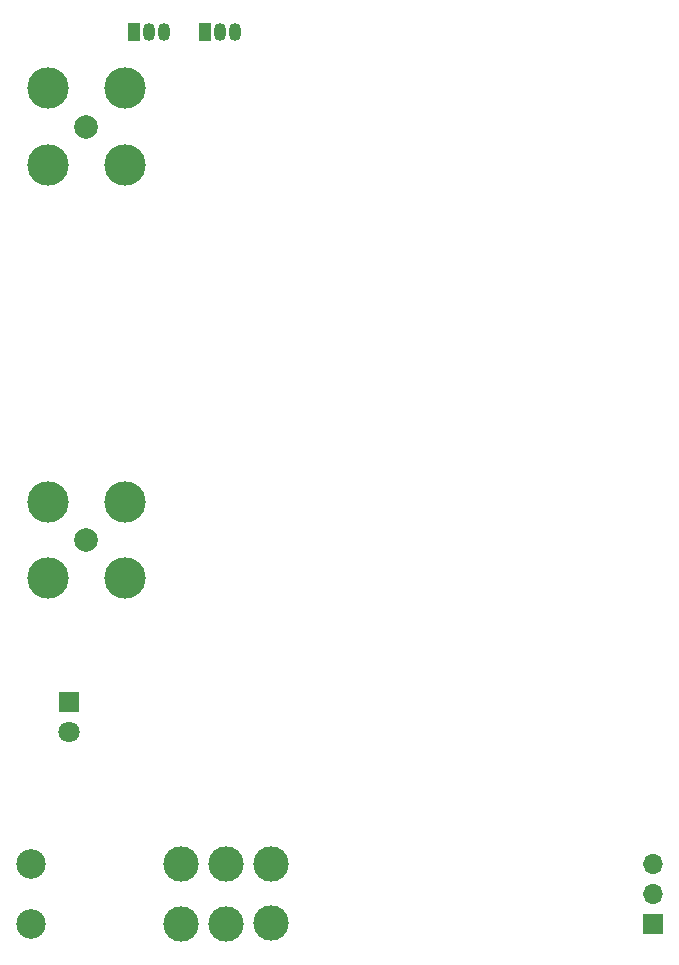
<source format=gbr>
%TF.GenerationSoftware,KiCad,Pcbnew,(6.0.10)*%
%TF.CreationDate,2023-06-26T14:12:15+09:00*%
%TF.ProjectId,OurDream,4f757244-7265-4616-9d2e-6b696361645f,rev?*%
%TF.SameCoordinates,Original*%
%TF.FileFunction,Soldermask,Bot*%
%TF.FilePolarity,Negative*%
%FSLAX46Y46*%
G04 Gerber Fmt 4.6, Leading zero omitted, Abs format (unit mm)*
G04 Created by KiCad (PCBNEW (6.0.10)) date 2023-06-26 14:12:15*
%MOMM*%
%LPD*%
G01*
G04 APERTURE LIST*
%ADD10R,1.050000X1.500000*%
%ADD11O,1.050000X1.500000*%
%ADD12R,1.700000X1.700000*%
%ADD13O,1.700000X1.700000*%
%ADD14R,1.800000X1.800000*%
%ADD15C,1.800000*%
%ADD16C,2.000000*%
%ADD17C,3.500000*%
%ADD18C,2.500000*%
%ADD19C,3.000000*%
G04 APERTURE END LIST*
D10*
%TO.C,Q2*%
X111000000Y-79000000D03*
D11*
X112270000Y-79000000D03*
X113540000Y-79000000D03*
%TD*%
D12*
%TO.C,P1*%
X149000000Y-154500000D03*
D13*
X149000000Y-151960000D03*
X149000000Y-149420000D03*
%TD*%
D10*
%TO.C,Q1*%
X105000000Y-79000000D03*
D11*
X106270000Y-79000000D03*
X107540000Y-79000000D03*
%TD*%
D14*
%TO.C,D1*%
X99500000Y-135730000D03*
D15*
X99500000Y-138270000D03*
%TD*%
D16*
%TO.C,P2*%
X101000000Y-87000000D03*
D17*
X97775000Y-90225000D03*
X104225000Y-90225000D03*
X97775000Y-83775000D03*
X104225000Y-83775000D03*
%TD*%
D16*
%TO.C,P3*%
X101000000Y-122000000D03*
D17*
X97775000Y-125225000D03*
X104225000Y-125225000D03*
X104225000Y-118775000D03*
X97775000Y-118775000D03*
%TD*%
D18*
%TO.C,SW1*%
X96300000Y-154540000D03*
X96300000Y-149460000D03*
D19*
X109000000Y-149460000D03*
X112810000Y-149460000D03*
X116620000Y-149460000D03*
X109000000Y-154540000D03*
X112810000Y-154540000D03*
X116620000Y-154400000D03*
%TD*%
M02*

</source>
